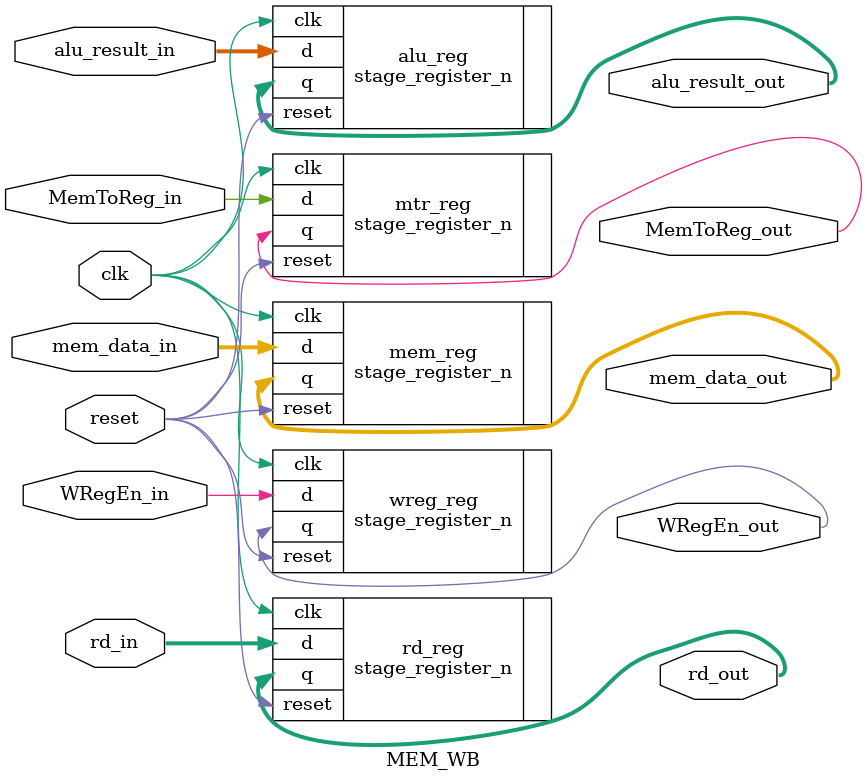
<source format=v>
`timescale 1ns / 1ps
module MEM_WB(
    input clk,
    input reset,
    input  [63:0] alu_result_in,
    input  [63:0] mem_data_in,
    input  [1:0]  rd_in,
    input         WRegEn_in,
    input         MemToReg_in,
    output [63:0] alu_result_out,
    output [63:0] mem_data_out,
    output [1:0]  rd_out,
    output        WRegEn_out,
    output        MemToReg_out
    );

    stage_register_n #(64) alu_reg (.clk(clk), .reset(reset), .d(alu_result_in), .q(alu_result_out));
    stage_register_n #(64) mem_reg (.clk(clk), .reset(reset), .d(mem_data_in), .q(mem_data_out));
    stage_register_n #(2)  rd_reg  (.clk(clk), .reset(reset), .d(rd_in), .q(rd_out));
    stage_register_n #(1)  wreg_reg(.clk(clk), .reset(reset), .d(WRegEn_in), .q(WRegEn_out));
    stage_register_n #(1)  mtr_reg (.clk(clk), .reset(reset), .d(MemToReg_in), .q(MemToReg_out));

endmodule

</source>
